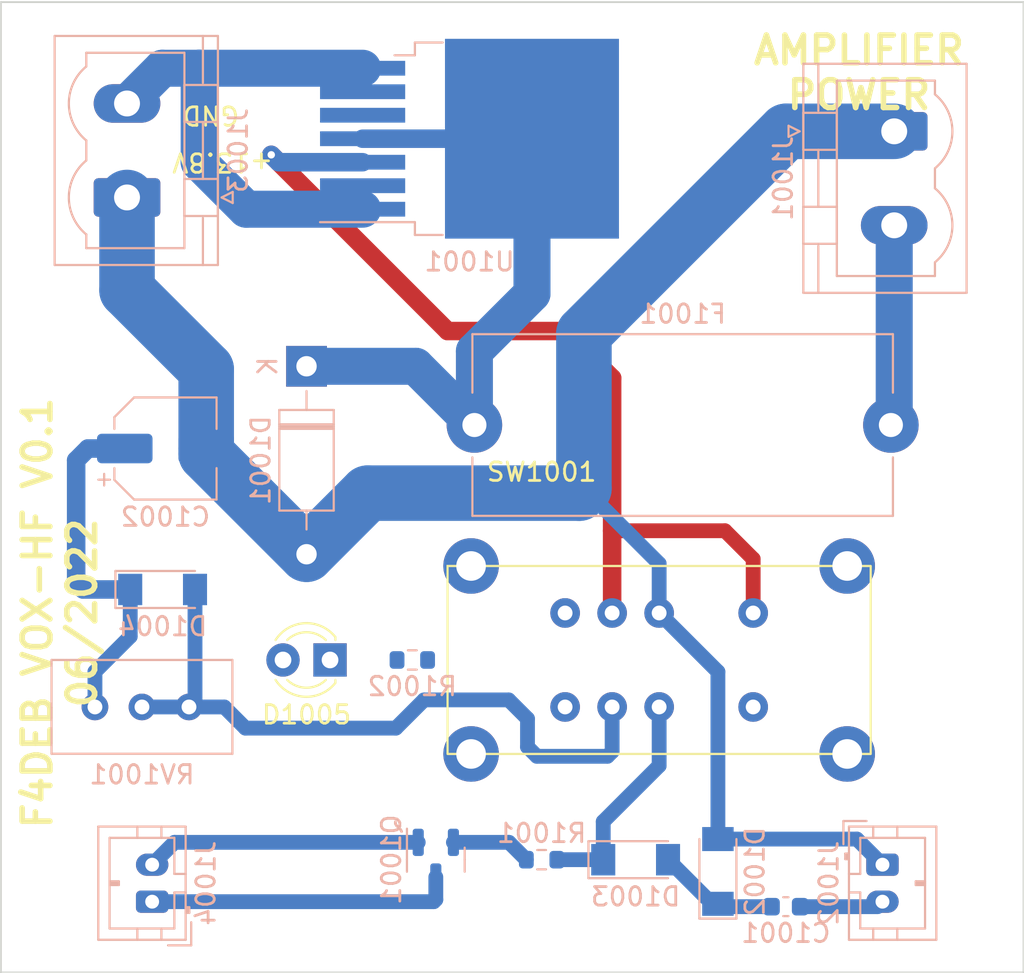
<source format=kicad_pcb>
(kicad_pcb (version 20211014) (generator pcbnew)
  (layers (0 "F.Cu" signal) (31 "B.Cu" signal) (34 "B.Paste" user) (35 "F.Paste" user) (36 "B.SilkS" user "B.Silkscreen") (37 "F.SilkS" user "F.Silkscreen") (38 "B.Mask" user) (39 "F.Mask" user) (44 "Edge.Cuts" user))
  (net 0 "")
  (net 1 "Net-(C1001-Pad1)")
  (net 2 "Net-(C1001-Pad2)")
  (net 3 "Net-(C1002-Pad1)")
  (net 4 "GND")
  (net 5 "+12V")
  (net 6 "Net-(J1003-Pad2)")
  (net 7 "Net-(F1001-Pad1)")
  (net 8 "Net-(Q1001-Pad1)")
  (net 10 "Net-(D1003-Pad1)")
  (net 11 "Net-(D1004-Pad2)")
  (net 12 "Net-(Q1001-Pad2)")
  (net 16 "Net-(D1005-Pad1)")
  (net 17 "Net-(U1001-Pad3)")
  (footprint "f4deb-mod-library:2P3T-ON-ON-ON-8P" (layer "F.Cu") (at 184.15 113.665)
    (fp_text reference "SW1001" (at -1.27 -7.62 unlocked) (layer "F.SilkS"))
    (fp_text value "SW_DP3T")
    (fp_rect (start -6.35 -2.54) (end 16.51 7.62) (layer "F.SilkS") (width 0.12) (fill none))
    (pad "1" thru_hole circle (at 0 0) (size 1.6 1.6) (drill 0.8) (layers *.Cu *.Mask))
    (pad "2" thru_hole circle (at 2.54 0) (size 1.6 1.6) (drill 0.8) (layers *.Cu *.Mask) (net 17 "Net-(U1001-Pad3)"))
    (pad "3" thru_hole circle (at 5.08 0) (size 1.6 1.6) (drill 0.8) (layers *.Cu *.Mask) (net 4 "GND"))
    (pad "4" thru_hole circle (at 10.16 0) (size 1.6 1.6) (drill 0.8) (layers *.Cu *.Mask) (net 17 "Net-(U1001-Pad3)"))
    (pad "5" thru_hole circle (at 0 5.08) (size 1.6 1.6) (drill 0.8) (layers *.Cu *.Mask))
    (pad "6" thru_hole circle (at 2.54 5.08) (size 1.6 1.6) (drill 0.8) (layers *.Cu *.Mask) (net 11 "Net-(D1004-Pad2)"))
    (pad "7" thru_hole circle (at 5.08 5.08) (size 1.6 1.6) (drill 0.8) (layers *.Cu *.Mask) (net 10 "Net-(D1003-Pad1)"))
    (pad "8" thru_hole circle (at 10.16 5.08) (size 1.6 1.6) (drill 0.8) (layers *.Cu *.Mask))
    (pad "9" thru_hole circle (at 15.24 -2.54) (size 3 3) (drill 1.6) (layers *.Cu *.Mask))
    (pad "10" thru_hole circle (at 15.24 7.62) (size 3 3) (drill 1.6) (layers *.Cu *.Mask))
    (pad "11" thru_hole circle (at -5.08 7.62) (size 3 3) (drill 1.6) (layers *.Cu *.Mask))
    (pad "12" thru_hole circle (at -5.08 -2.54) (size 3 3) (drill 1.6) (layers *.Cu *.Mask))
  )
  (footprint "LED_THT:LED_D3.0mm" (layer "F.Cu") (at 171.45 116.205 180)
    (fp_text reference "D1005" (at 1.27 -2.96) (layer "F.SilkS"))
    (fp_text value "LED")
    (fp_line (start -0.29 1.08) (end -0.29 1.236) (layer "F.SilkS") (width 0.12))
    (fp_line (start -0.29 -1.236) (end -0.29 -1.08) (layer "F.SilkS") (width 0.12))
    (fp_arc (start 0.229039 -1.08) (mid 1.270117 -1.5) (end 2.31113 -1.079837) (layer "F.SilkS") (width 0.12))
    (fp_arc (start 2.942335 1.078608) (mid 1.366487 1.987659) (end -0.29 1.235516) (layer "F.SilkS") (width 0.12))
    (fp_arc (start 2.31113 1.079837) (mid 1.270117 1.5) (end 0.229039 1.08) (layer "F.SilkS") (width 0.12))
    (fp_arc (start -0.29 -1.235516) (mid 1.366487 -1.987659) (end 2.942335 -1.078608) (layer "F.SilkS") (width 0.12))
    (pad "1" thru_hole rect (at 0 0 180) (size 1.8 1.8) (drill 0.9) (layers *.Cu *.Mask) (net 16 "Net-(D1005-Pad1)"))
    (pad "2" thru_hole circle (at 2.54 0 180) (size 1.8 1.8) (drill 0.9) (layers *.Cu *.Mask) (net 5 "+12V"))
  )
  (footprint "Diode_THT:D_DO-41_SOD81_P10.16mm_Horizontal" (layer "B.Cu") (at 170.18 100.33 -90)
    (fp_text reference "D1001" (at 5.08 2.47 90) (layer "B.SilkS") (effects (justify mirror)))
    (fp_text value "1N4007")
    (fp_text user "K" (at 0 2.1 90) (layer "B.SilkS") (effects (justify mirror)))
    (fp_line (start 8.82 0) (end 7.8 0) (layer "B.SilkS") (width 0.12))
    (fp_line (start 7.8 1.47) (end 2.36 1.47) (layer "B.SilkS") (width 0.12))
    (fp_line (start 2.36 1.47) (end 2.36 -1.47) (layer "B.SilkS") (width 0.12))
    (fp_line (start 2.36 -1.47) (end 7.8 -1.47) (layer "B.SilkS") (width 0.12))
    (fp_line (start 3.38 1.47) (end 3.38 -1.47) (layer "B.SilkS") (width 0.12))
    (fp_line (start 3.26 1.47) (end 3.26 -1.47) (layer "B.SilkS") (width 0.12))
    (fp_line (start 1.34 0) (end 2.36 0) (layer "B.SilkS") (width 0.12))
    (fp_line (start 3.14 1.47) (end 3.14 -1.47) (layer "B.SilkS") (width 0.12))
    (fp_line (start 7.8 -1.47) (end 7.8 1.47) (layer "B.SilkS") (width 0.12))
    (pad "1" thru_hole rect (at 0 0 270) (size 2.2 2.2) (drill 1.1) (layers *.Cu *.Mask) (net 5 "+12V"))
    (pad "2" thru_hole oval (at 10.16 0 270) (size 2.2 2.2) (drill 1.1) (layers *.Cu *.Mask) (net 4 "GND"))
  )
  (footprint "Potentiometer_THT:Potentiometer_Bourns_3296W_Vertical" (layer "B.Cu") (at 163.83 118.745)
    (fp_text reference "RV1001" (at -2.54 3.66) (layer "B.SilkS") (effects (justify mirror)))
    (fp_text value "10k")
    (fp_line (start -7.425 2.53) (end 2.345 2.53) (layer "B.SilkS") (width 0.12))
    (fp_line (start 2.345 2.53) (end 2.345 -2.54) (layer "B.SilkS") (width 0.12))
    (fp_line (start -7.425 -2.54) (end 2.345 -2.54) (layer "B.SilkS") (width 0.12))
    (fp_line (start -7.425 2.53) (end -7.425 -2.54) (layer "B.SilkS") (width 0.12))
    (pad "1" thru_hole circle (at 0 0) (size 1.44 1.44) (drill 0.8) (layers *.Cu *.Mask) (net 11 "Net-(D1004-Pad2)"))
    (pad "2" thru_hole circle (at -2.54 0) (size 1.44 1.44) (drill 0.8) (layers *.Cu *.Mask) (net 11 "Net-(D1004-Pad2)"))
    (pad "3" thru_hole circle (at -5.08 0) (size 1.44 1.44) (drill 0.8) (layers *.Cu *.Mask) (net 3 "Net-(C1002-Pad1)"))
  )
  (footprint "Resistor_SMD:R_0603_1608Metric" (layer "B.Cu") (at 175.895 116.205)
    (fp_text reference "R1002" (at 0 1.43) (layer "B.SilkS") (effects (justify mirror)))
    (fp_text value "470")
    (fp_line (start -0.237258 -0.5225) (end 0.237258 -0.5225) (layer "B.SilkS") (width 0.12))
    (fp_line (start -0.237258 0.5225) (end 0.237258 0.5225) (layer "B.SilkS") (width 0.12))
    (pad "1" smd roundrect (at -0.825 0) (size 0.8 0.95) (layers "B.Cu" "B.Paste" "B.Mask") (net 16 "Net-(D1005-Pad1)"))
    (pad "2" smd roundrect (at 0.825 0) (size 0.8 0.95) (layers "B.Cu" "B.Paste" "B.Mask") (net 4 "GND"))
  )
  (footprint "Package_TO_SOT_SMD:TO-263-7_TabPin4" (layer "B.Cu") (at 178.985 88.03)
    (fp_text reference "U1001" (at 0 6.65) (layer "B.SilkS") (effects (justify mirror)))
    (fp_text value "BTS50055-1TMA")
    (fp_line (start -2.95 4.51) (end -8.075 4.51) (layer "B.SilkS") (width 0.12))
    (fp_line (start -2.95 -5.2) (end -2.95 -4.51) (layer "B.SilkS") (width 0.12))
    (fp_line (start -2.95 -4.51) (end -4.05 -4.51) (layer "B.SilkS") (width 0.12))
    (fp_line (start -1.45 5.2) (end -2.95 5.2) (layer "B.SilkS") (width 0.12))
    (fp_line (start -2.95 5.2) (end -2.95 4.51) (layer "B.SilkS") (width 0.12))
    (fp_line (start -1.45 -5.2) (end -2.95 -5.2) (layer "B.SilkS") (width 0.12))
    (pad "1" smd rect (at -5.775 3.81) (size 4.6 0.8) (layers "B.Cu" "B.Paste" "B.Mask") (net 6 "Net-(J1003-Pad2)"))
    (pad "2" smd rect (at -5.775 2.54) (size 4.6 0.8) (layers "B.Cu" "B.Paste" "B.Mask") (net 6 "Net-(J1003-Pad2)"))
    (pad "3" smd rect (at -5.775 1.27) (size 4.6 0.8) (layers "B.Cu" "B.Paste" "B.Mask") (net 17 "Net-(U1001-Pad3)"))
    (pad "4" smd rect (at 3.375 0) (size 9.4 10.8) (layers "B.Cu" "B.Mask") (net 5 "+12V"))
    (pad "4" smd rect (at -5.775 0) (size 4.6 0.8) (layers "B.Cu" "B.Paste" "B.Mask") (net 5 "+12V"))
    (pad "5" smd rect (at -5.775 -1.27) (size 4.6 0.8) (layers "B.Cu" "B.Paste" "B.Mask"))
    (pad "6" smd rect (at -5.775 -2.54) (size 4.6 0.8) (layers "B.Cu" "B.Paste" "B.Mask") (net 6 "Net-(J1003-Pad2)"))
    (pad "7" smd rect (at -5.775 -3.81) (size 4.6 0.8) (layers "B.Cu" "B.Paste" "B.Mask") (net 6 "Net-(J1003-Pad2)"))
  )
  (footprint "Package_TO_SOT_SMD:SOT-23" (layer "B.Cu") (at 177.165 127 -90)
    (fp_text reference "Q1001" (at 0 2.4 90) (layer "B.SilkS") (effects (justify mirror)))
    (fp_text value "BC517")
    (fp_line (start 0 1.56) (end -1.675 1.56) (layer "B.SilkS") (width 0.12))
    (fp_line (start 0 -1.56) (end 0.65 -1.56) (layer "B.SilkS") (width 0.12))
    (fp_line (start 0 1.56) (end 0.65 1.56) (layer "B.SilkS") (width 0.12))
    (fp_line (start 0 -1.56) (end -0.65 -1.56) (layer "B.SilkS") (width 0.12))
    (pad "1" smd roundrect (at -0.9375 0.95 270) (size 1.475 0.6) (layers "B.Cu" "B.Paste" "B.Mask") (net 8 "Net-(Q1001-Pad1)"))
    (pad "2" smd roundrect (at -0.9375 -0.95 270) (size 1.475 0.6) (layers "B.Cu" "B.Paste" "B.Mask") (net 12 "Net-(Q1001-Pad2)"))
    (pad "3" smd roundrect (at 0.9375 0 270) (size 1.475 0.6) (layers "B.Cu" "B.Paste" "B.Mask") (net 4 "GND"))
  )
  (footprint "Capacitor_SMD:CP_Elec_5x3" (layer "B.Cu") (at 162.56 104.775)
    (fp_text reference "C1002" (at 0 3.7) (layer "B.SilkS") (effects (justify mirror)))
    (fp_text value "C_Polarized")
    (fp_line (start -2.76 1.695563) (end -1.695563 2.76) (layer "B.SilkS") (width 0.12))
    (fp_line (start -3.625 1.685) (end -3 1.685) (layer "B.SilkS") (width 0.12))
    (fp_line (start -3.3125 1.9975) (end -3.3125 1.3725) (layer "B.SilkS") (width 0.12))
    (fp_line (start 2.76 -2.76) (end 2.76 -1.06) (layer "B.SilkS") (width 0.12))
    (fp_line (start -2.76 1.695563) (end -2.76 1.06) (layer "B.SilkS") (width 0.12))
    (fp_line (start -1.695563 2.76) (end 2.76 2.76) (layer "B.SilkS") (width 0.12))
    (fp_line (start -2.76 -1.695563) (end -2.76 -1.06) (layer "B.SilkS") (width 0.12))
    (fp_line (start -2.76 -1.695563) (end -1.695563 -2.76) (layer "B.SilkS") (width 0.12))
    (fp_line (start 2.76 2.76) (end 2.76 1.06) (layer "B.SilkS") (width 0.12))
    (fp_line (start -1.695563 -2.76) (end 2.76 -2.76) (layer "B.SilkS") (width 0.12))
    (pad "1" smd roundrect (at -2.2 0) (size 3 1.6) (layers "B.Cu" "B.Paste" "B.Mask") (roundrect_rratio 0.15625) (net 3 "Net-(C1002-Pad1)"))
    (pad "2" smd roundrect (at 2.2 0) (size 3 1.6) (layers "B.Cu" "B.Paste" "B.Mask") (roundrect_rratio 0.15625) (net 4 "GND"))
  )
  (footprint "Diode_SMD:D_MiniMELF" (layer "B.Cu") (at 162.405 112.395)
    (fp_text reference "D1004" (at 0 2) (layer "B.SilkS") (effects (justify mirror)))
    (fp_text value "D_Schottky")
    (fp_line (start 1.75 1) (end -2.55 1) (layer "B.SilkS") (width 0.12))
    (fp_line (start -2.55 -1) (end 1.75 -1) (layer "B.SilkS") (width 0.12))
    (fp_line (start -2.55 1) (end -2.55 -1) (layer "B.SilkS") (width 0.12))
    (pad "1" smd rect (at -1.75 0) (size 1.3 1.7) (layers "B.Cu" "B.Paste" "B.Mask") (net 3 "Net-(C1002-Pad1)"))
    (pad "2" smd rect (at 1.75 0) (size 1.3 1.7) (layers "B.Cu" "B.Paste" "B.Mask") (net 11 "Net-(D1004-Pad2)"))
  )
  (footprint "Diode_SMD:D_MiniMELF" (layer "B.Cu") (at 187.96 127)
    (fp_text reference "D1003" (at 0 2) (layer "B.SilkS") (effects (justify mirror)))
    (fp_text value "1N4148W")
    (fp_line (start -2.55 -1) (end 1.75 -1) (layer "B.SilkS") (width 0.12))
    (fp_line (start -2.55 1) (end -2.55 -1) (layer "B.SilkS") (width 0.12))
    (fp_line (start 1.75 1) (end -2.55 1) (layer "B.SilkS") (width 0.12))
    (pad "1" smd rect (at -1.75 0) (size 1.3 1.7) (layers "B.Cu" "B.Paste" "B.Mask") (net 10 "Net-(D1003-Pad1)"))
    (pad "2" smd rect (at 1.75 0) (size 1.3 1.7) (layers "B.Cu" "B.Paste" "B.Mask") (net 1 "Net-(C1001-Pad1)"))
  )
  (footprint "Connector_JST:JST_PH_B2B-PH-K_1x02_P2.00mm_Vertical" (layer "B.Cu") (at 161.84 129.27 90)
    (fp_text reference "J1004" (at 1 2.9 90) (layer "B.SilkS") (effects (justify mirror)))
    (fp_text value "Conn_01x02")
    (fp_line (start -0.3 1.91) (end -0.6 1.91) (layer "B.SilkS") (width 0.12))
    (fp_line (start 0.9 -1.8) (end 1.1 -1.8) (layer "B.SilkS") (width 0.12))
    (fp_line (start 4.06 0.5) (end 3.45 0.5) (layer "B.SilkS") (width 0.12))
    (fp_line (start -0.6 2.01) (end -0.6 1.81) (layer "B.SilkS") (width 0.12))
    (fp_line (start -2.06 -2.91) (end 4.06 -2.91) (layer "B.SilkS") (width 0.12))
    (fp_line (start -1.11 2.11) (end -2.36 2.11) (layer "B.SilkS") (width 0.12))
    (fp_line (start 1.1 -1.8) (end 1.1 -2.3) (layer "B.SilkS") (width 0.12))
    (fp_line (start 1.5 1.2) (end 1.5 1.81) (layer "B.SilkS") (width 0.12))
    (fp_line (start -2.06 1.81) (end -2.06 -2.91) (layer "B.SilkS") (width 0.12))
    (fp_line (start 4.06 -2.91) (end 4.06 1.81) (layer "B.SilkS") (width 0.12))
    (fp_line (start -2.06 -0.8) (end -1.45 -0.8) (layer "B.SilkS") (width 0.12))
    (fp_line (start 3.45 -2.3) (end 3.45 1.2) (layer "B.SilkS") (width 0.12))
    (fp_line (start -1.45 -2.3) (end 3.45 -2.3) (layer "B.SilkS") (width 0.12))
    (fp_line (start 4.06 1.81) (end -2.06 1.81) (layer "B.SilkS") (width 0.12))
    (fp_line (start -2.36 2.11) (end -2.36 0.86) (layer "B.SilkS") (width 0.12))
    (fp_line (start 3.45 1.2) (end 1.5 1.2) (layer "B.SilkS") (width 0.12))
    (fp_line (start 0.5 1.2) (end -1.45 1.2) (layer "B.SilkS") (width 0.12))
    (fp_line (start -2.06 0.5) (end -1.45 0.5) (layer "B.SilkS") (width 0.12))
    (fp_line (start -0.3 1.81) (end -0.3 2.01) (layer "B.SilkS") (width 0.12))
    (fp_line (start 0.9 -2.3) (end 0.9 -1.8) (layer "B.SilkS") (width 0.12))
    (fp_line (start 4.06 -0.8) (end 3.45 -0.8) (layer "B.SilkS") (width 0.12))
    (fp_line (start -0.3 2.01) (end -0.6 2.01) (layer "B.SilkS") (width 0.12))
    (fp_line (start -1.45 1.2) (end -1.45 -2.3) (layer "B.SilkS") (width 0.12))
    (fp_line (start 0.5 1.81) (end 0.5 1.2) (layer "B.SilkS") (width 0.12))
    (fp_line (start 1 -2.3) (end 1 -1.8) (layer "B.SilkS") (width 0.12))
    (pad "1" thru_hole roundrect (at 0 0 90) (size 1.2 1.75) (drill 0.75) (layers *.Cu *.Mask) (roundrect_rratio 0.208333) (net 4 "GND"))
    (pad "2" thru_hole oval (at 2 0 90) (size 1.2 1.75) (drill 0.75) (layers *.Cu *.Mask) (net 8 "Net-(Q1001-Pad1)"))
  )
  (footprint "Capacitor_SMD:C_0603_1608Metric" (layer "B.Cu") (at 196.075 129.54)
    (fp_text reference "C1001" (at 0 1.43) (layer "B.SilkS") (effects (justify mirror)))
    (fp_text value "18p")
    (fp_line (start -0.14058 0.51) (end 0.14058 0.51) (layer "B.SilkS") (width 0.12))
    (fp_line (start -0.14058 -0.51) (end 0.14058 -0.51) (layer "B.SilkS") (width 0.12))
    (pad "1" smd roundrect (at -0.775 0) (size 0.9 0.95) (layers "B.Cu" "B.Paste" "B.Mask") (net 1 "Net-(C1001-Pad1)"))
    (pad "2" smd roundrect (at 0.775 0) (size 0.9 0.95) (layers "B.Cu" "B.Paste" "B.Mask") (net 2 "Net-(C1001-Pad2)"))
  )
  (footprint "Fuse:Fuseholder_Cylinder-5x20mm_Schurter_0031_8201_Horizontal_Open" (layer "B.Cu") (at 201.75 103.505 180)
    (fp_text reference "F1001" (at 11.25 6) (layer "B.SilkS") (effects (justify mirror)))
    (fp_text value "Fuse")
    (fp_line (start -0.11 4.91) (end 22.61 4.91) (layer "B.SilkS") (width 0.12))
    (fp_line (start -0.11 -4.91) (end 22.61 -4.91) (layer "B.SilkS") (width 0.12))
    (fp_line (start -0.11 -4.91) (end -0.11 -1.75) (layer "B.SilkS") (width 0.12))
    (fp_line (start -0.11 1.75) (end -0.11 4.91) (layer "B.SilkS") (width 0.12))
    (fp_line (start 22.61 1.75) (end 22.61 4.91) (layer "B.SilkS") (width 0.12))
    (fp_line (start 22.61 -4.91) (end 22.61 -1.75) (layer "B.SilkS") (width 0.12))
    (pad "" np_thru_hole circle (at 11.25 0 180) (size 2.7 2.7) (drill 2.7) (layers *.Cu *.Mask))
    (pad "1" thru_hole circle (at 0 0 180) (size 3 3) (drill 1.3) (layers *.Cu *.Mask) (net 7 "Net-(F1001-Pad1)"))
    (pad "2" thru_hole circle (at 22.5 0 180) (size 3 3) (drill 1.3) (layers *.Cu *.Mask) (net 5 "+12V"))
  )
  (footprint "Diode_SMD:D_MiniMELF" (layer "B.Cu") (at 192.405 127.635 90)
    (fp_text reference "D1002" (at 0 2 90) (layer "B.SilkS") (effects (justify mirror)))
    (fp_text value "1N4148W")
    (fp_line (start 1.75 1) (end -2.55 1) (layer "B.SilkS") (width 0.12))
    (fp_line (start -2.55 1) (end -2.55 -1) (layer "B.SilkS") (width 0.12))
    (fp_line (start -2.55 -1) (end 1.75 -1) (layer "B.SilkS") (width 0.12))
    (pad "1" smd rect (at -1.75 0 90) (size 1.3 1.7) (layers "B.Cu" "B.Paste" "B.Mask") (net 1 "Net-(C1001-Pad1)"))
    (pad "2" smd rect (at 1.75 0 90) (size 1.3 1.7) (layers "B.Cu" "B.Paste" "B.Mask") (net 4 "GND"))
  )
  (footprint "Connector_Phoenix_MSTB:PhoenixContact_MSTBVA_2,5_2-G-5,08_1x02_P5.08mm_Vertical" (layer "B.Cu") (at 160.4825 91.205 90)
    (fp_text reference "J1003" (at 2.54 6 90) (layer "B.SilkS") (effects (justify mirror)))
    (fp_text value "Conn_01x02")
    (fp_line (start 6.08 3.1) (end 4.08 3.1) (layer "B.SilkS") (width 0.12))
    (fp_line (start -3.65 -3.91) (end 8.73 -3.91) (layer "B.SilkS") (width 0.12))
    (fp_line (start 0 5.11) (end -0.3 5.71) (layer "B.SilkS") (width 0.12))
    (fp_line (start 2 -2.2) (end 3.08 -2.2) (layer "B.SilkS") (width 0.12))
    (fp_line (start 4.08 4.91) (end 6.08 4.91) (layer "B.SilkS") (width 0.12))
    (fp_line (start 8.73 -3.91) (end 8.73 4.91) (layer "B.SilkS") (width 0.12))
    (fp_line (start 7.82 3.1) (end 7.82 -2.2) (layer "B.SilkS") (width 0.12))
    (fp_line (start 1 4.91) (end 1 3.1) (layer "B.SilkS") (width 0.12))
    (fp_line (start -3.65 4.91) (end -3.65 -3.91) (layer "B.SilkS") (width 0.12))
    (fp_line (start -2 -2.2) (end -2.74 -2.2) (layer "B.SilkS") (width 0.12))
    (fp_line (start 1 4.1) (end 4.08 4.1) (layer "B.SilkS") (width 0.12))
    (fp_line (start -1 3.1) (end -1 4.91) (layer "B.SilkS") (width 0.12))
    (fp_line (start -0.3 5.71) (end 0.3 5.71) (layer "B.SilkS") (width 0.12))
    (fp_line (start 1 3.1) (end -1 3.1) (layer "B.SilkS") (width 0.12))
    (fp_line (start -3.65 4.1) (end -1.11 4.1) (layer "B.SilkS") (width 0.12))
    (fp_line (start 4.08 3.1) (end 4.08 4.91) (layer "B.SilkS") (width 0.12))
    (fp_line (start 0.3 5.71) (end 0 5.11) (layer "B.SilkS") (width 0.12))
    (fp_line (start 8.73 4.1) (end 6.19 4.1) (layer "B.SilkS") (width 0.12))
    (fp_line (start -2.74 -2.2) (end -2.74 3.1) (layer "B.SilkS") (width 0.12))
    (fp_line (start -1 4.91) (end 1 4.91) (layer "B.SilkS") (width 0.12))
    (fp_line (start 6.08 4.91) (end 6.08 3.1) (layer "B.SilkS") (width 0.12))
    (fp_line (start 7.82 -2.2) (end 7.08 -2.2) (layer "B.SilkS") (width 0.12))
    (fp_line (start -2.74 3.1) (end 7.82 3.1) (layer "B.SilkS") (width 0.12))
    (fp_line (start 8.73 4.91) (end -3.65 4.91) (layer "B.SilkS") (width 0.12))
    (fp_arc (start -2 -2.2) (mid -0.010289 -3.142758) (end 1.986842 -2.215821) (layer "B.SilkS") (width 0.12))
    (fp_arc (start 3.08 -2.2) (mid 5.069711 -3.142758) (end 7.066842 -2.215821) (layer "B.SilkS") (width 0.12))
    (pad "1" thru_hole roundrect (at 0 0 90) (size 2.08 3.6) (drill 1.4) (layers *.Cu *.Mask) (roundrect_rratio 0.120192) (net 4 "GND"))
    (pad "2" thru_hole oval (at 5.08 0 90) (size 2.08 3.6) (drill 1.4) (layers *.Cu *.Mask) (net 6 "Net-(J1003-Pad2)"))
  )
  (footprint "Resistor_SMD:R_0603_1608Metric" (layer "B.Cu") (at 182.88 127 180)
    (fp_text reference "R1001" (at 0 1.43) (layer "B.SilkS") (effects (justify mirror)))
    (fp_text value "2k2")
    (fp_line (start -0.237258 0.5225) (end 0.237258 0.5225) (layer "B.SilkS") (width 0.12))
    (fp_line (start -0.237258 -0.5225) (end 0.237258 -0.5225) (layer "B.SilkS") (width 0.12))
    (pad "1" smd roundrect (at -0.825 0 180) (size 0.8 0.95) (layers "B.Cu" "B.Paste" "B.Mask") (net 10 "Net-(D1003-Pad1)"))
    (pad "2" smd roundrect (at 0.825 0 180) (size 0.8 0.95) (layers "B.Cu" "B.Paste" "B.Mask") (net 12 "Net-(Q1001-Pad2)"))
  )
  (footprint "Connector_JST:JST_PH_B2B-PH-K_1x02_P2.00mm_Vertical" (layer "B.Cu") (at 201.295 127.27 -90)
    (fp_text reference "J1002" (at 1 2.9 90) (layer "B.SilkS") (effects (justify mirror)))
    (fp_text value "Conn_01x02")
    (fp_line (start 3.45 1.2) (end 1.5 1.2) (layer "B.SilkS") (width 0.12))
    (fp_line (start 4.06 0.5) (end 3.45 0.5) (layer "B.SilkS") (width 0.12))
    (fp_line (start -2.06 0.5) (end -1.45 0.5) (layer "B.SilkS") (width 0.12))
    (fp_line (start -1.45 1.2) (end -1.45 -2.3) (layer "B.SilkS") (width 0.12))
    (fp_line (start -2.36 2.11) (end -2.36 0.86) (layer "B.SilkS") (width 0.12))
    (fp_line (start 1.1 -1.8) (end 1.1 -2.3) (layer "B.SilkS") (width 0.12))
    (fp_line (start 0.9 -1.8) (end 1.1 -1.8) (layer "B.SilkS") (width 0.12))
    (fp_line (start -0.6 2.01) (end -0.6 1.81) (layer "B.SilkS") (width 0.12))
    (fp_line (start 4.06 1.81) (end -2.06 1.81) (layer "B.SilkS") (width 0.12))
    (fp_line (start -0.3 1.81) (end -0.3 2.01) (layer "B.SilkS") (width 0.12))
    (fp_line (start -1.11 2.11) (end -2.36 2.11) (layer "B.SilkS") (width 0.12))
    (fp_line (start -2.06 1.81) (end -2.06 -2.91) (layer "B.SilkS") (width 0.12))
    (fp_line (start 4.06 -2.91) (end 4.06 1.81) (layer "B.SilkS") (width 0.12))
    (fp_line (start -2.06 -0.8) (end -1.45 -0.8) (layer "B.SilkS") (width 0.12))
    (fp_line (start -0.3 1.91) (end -0.6 1.91) (layer "B.SilkS") (width 0.12))
    (fp_line (start 0.5 1.81) (end 0.5 1.2) (layer "B.SilkS") (width 0.12))
    (fp_line (start 0.9 -2.3) (end 0.9 -1.8) (layer "B.SilkS") (width 0.12))
    (fp_line (start 3.45 -2.3) (end 3.45 1.2) (layer "B.SilkS") (width 0.12))
    (fp_line (start -0.3 2.01) (end -0.6 2.01) (layer "B.SilkS") (width 0.12))
    (fp_line (start -1.45 -2.3) (end 3.45 -2.3) (layer "B.SilkS") (width 0.12))
    (fp_line (start 1.5 1.2) (end 1.5 1.81) (layer "B.SilkS") (width 0.12))
    (fp_line (start 1 -2.3) (end 1 -1.8) (layer "B.SilkS") (width 0.12))
    (fp_line (start 0.5 1.2) (end -1.45 1.2) (layer "B.SilkS") (width 0.12))
    (fp_line (start -2.06 -2.91) (end 4.06 -2.91) (layer "B.SilkS") (width 0.12))
    (fp_line (start 4.06 -0.8) (end 3.45 -0.8) (layer "B.SilkS") (width 0.12))
    (pad "1" thru_hole roundrect (at 0 0 270) (size 1.2 1.75) (drill 0.75) (layers *.Cu *.Mask) (roundrect_rratio 0.208333) (net 4 "GND"))
    (pad "2" thru_hole oval (at 2 0 270) (size 1.2 1.75) (drill 0.75) (layers *.Cu *.Mask) (net 2 "Net-(C1001-Pad2)"))
  )
  (footprint "Connector_Phoenix_MSTB:PhoenixContact_MSTBVA_2,5_2-G-5,08_1x02_P5.08mm_Vertical" (layer "B.Cu") (at 201.93 87.63 -90)
    (fp_text reference "J1001" (at 2.54 6 90) (layer "B.SilkS") (effects (justify mirror)))
    (fp_text value "Conn_01x02")
    (fp_line (start 6.08 4.91) (end 6.08 3.1) (layer "B.SilkS") (width 0.12))
    (fp_line (start 1 3.1) (end -1 3.1) (layer "B.SilkS") (width 0.12))
    (fp_line (start -2.74 3.1) (end 7.82 3.1) (layer "B.SilkS") (width 0.12))
    (fp_line (start -2 -2.2) (end -2.74 -2.2) (layer "B.SilkS") (width 0.12))
    (fp_line (start 7.82 -2.2) (end 7.08 -2.2) (layer "B.SilkS") (width 0.12))
    (fp_line (start 0 5.11) (end -0.3 5.71) (layer "B.SilkS") (width 0.12))
    (fp_line (start -3.65 4.91) (end -3.65 -3.91) (layer "B.SilkS") (width 0.12))
    (fp_line (start -0.3 5.71) (end 0.3 5.71) (layer "B.SilkS") (width 0.12))
    (fp_line (start 2 -2.2) (end 3.08 -2.2) (layer "B.SilkS") (width 0.12))
    (fp_line (start 8.73 4.91) (end -3.65 4.91) (layer "B.SilkS") (width 0.12))
    (fp_line (start 7.82 3.1) (end 7.82 -2.2) (layer "B.SilkS") (width 0.12))
    (fp_line (start -3.65 -3.91) (end 8.73 -3.91) (layer "B.SilkS") (width 0.12))
    (fp_line (start 1 4.1) (end 4.08 4.1) (layer "B.SilkS") (width 0.12))
    (fp_line (start 1 4.91) (end 1 3.1) (layer "B.SilkS") (width 0.12))
    (fp_line (start 4.08 3.1) (end 4.08 4.91) (layer "B.SilkS") (width 0.12))
    (fp_line (start 8.73 4.1) (end 6.19 4.1) (layer "B.SilkS") (width 0.12))
    (fp_line (start 0.3 5.71) (end 0 5.11) (layer "B.SilkS") (width 0.12))
    (fp_line (start -2.74 -2.2) (end -2.74 3.1) (layer "B.SilkS") (width 0.12))
    (fp_line (start 8.73 -3.91) (end 8.73 4.91) (layer "B.SilkS") (width 0.12))
    (fp_line (start 6.08 3.1) (end 4.08 3.1) (layer "B.SilkS") (width 0.12))
    (fp_line (start -1 4.91) (end 1 4.91) (layer "B.SilkS") (width 0.12))
    (fp_line (start -3.65 4.1) (end -1.11 4.1) (layer "B.SilkS") (width 0.12))
    (fp_line (start 4.08 4.91) (end 6.08 4.91) (layer "B.SilkS") (width 0.12))
    (fp_line (start -1 3.1) (end -1 4.91) (layer "B.SilkS") (width 0.12))
    (fp_arc (start 3.08 -2.2) (mid 5.069711 -3.142758) (end 7.066842 -2.215821) (layer "B.SilkS") (width 0.12))
    (fp_arc (start -2 -2.2) (mid -0.010289 -3.142758) (end 1.986842 -2.215821) (layer "B.SilkS") (width 0.12))
    (pad "1" thru_hole roundrect (at 0 0 270) (size 2.08 3.6) (drill 1.4) (layers *.Cu *.Mask) (roundrect_rratio 0.120192) (net 4 "GND"))
    (pad "2" thru_hole oval (at 5.08 0 270) (size 2.08 3.6) (drill 1.4) (layers *.Cu *.Mask) (net 7 "Net-(F1001-Pad1)"))
  )
  (gr_line (start 208.915 133.096) (end 153.67 133.096) (layer "Edge.Cuts") (width 0.1))
  (gr_line (start 153.67 80.645) (end 208.915 80.645) (layer "Edge.Cuts") (width 0.1))
  (gr_line (start 153.67 80.645) (end 153.67 133.096) (layer "Edge.Cuts") (width 0.1))
  (gr_line (start 208.915 133.096) (end 208.915 80.645) (layer "Edge.Cuts") (width 0.1))
  (gr_text "+13.8V" (at 165.65 89.3 180) (layer "F.SilkS") (effects (font (size 1 1))))
  (gr_text "GND" (at 165.015 86.76 180) (layer "F.SilkS") (effects (font (size 1 1))))
  (gr_text "F4DEB VOX-HF V0.1\n06/2022" (at 156.845 113.665 90) (layer "F.SilkS") (effects (font (size 1.5 1.5) (thickness 0.3))))
  (gr_text "AMPLIFIER\nPOWER" (at 200.025 84.455) (layer "F.SilkS") (effects (font (size 1.5 1.5) (thickness 0.3))))
  (segment (start 192.095 129.385) (end 189.71 127) (width 0.8) (layer "B.Cu") (net 1))
  (segment (start 192.56 129.54) (end 192.405 129.385) (width 0.8) (layer "B.Cu") (net 1))
  (segment (start 195.3 129.54) (end 192.56 129.54) (width 0.8) (layer "B.Cu") (net 1))
  (segment (start 192.405 129.385) (end 192.095 129.385) (width 0.8) (layer "B.Cu") (net 1))
  (segment (start 201.025 129.54) (end 201.295 129.27) (width 0.8) (layer "B.Cu") (net 2))
  (segment (start 196.85 129.54) (end 201.025 129.54) (width 0.8) (layer "B.Cu") (net 2))
  (segment (start 157.734 112.014) (end 158.115 112.395) (width 1) (layer "B.Cu") (net 3))
  (segment (start 160.655 114.935) (end 160.655 112.395) (width 0.8) (layer "B.Cu") (net 3))
  (segment (start 158.75 118.745) (end 158.75 116.84) (width 0.8) (layer "B.Cu") (net 3))
  (segment (start 158.369 104.775) (end 157.734 105.41) (width 1) (layer "B.Cu") (net 3))
  (segment (start 158.75 116.84) (end 160.655 114.935) (width 0.8) (layer "B.Cu") (net 3))
  (segment (start 157.734 105.41) (end 157.734 112.014) (width 1) (layer "B.Cu") (net 3))
  (segment (start 158.115 112.395) (end 160.655 112.395) (width 1) (layer "B.Cu") (net 3))
  (segment (start 160.36 104.775) (end 158.369 104.775) (width 1) (layer "B.Cu") (net 3))
  (segment (start 189.23 113.665) (end 189.23 110.998) (width 0.8) (layer "B.Cu") (net 4))
  (segment (start 192.405 116.84) (end 192.405 125.885) (width 0.8) (layer "B.Cu") (net 4))
  (segment (start 164.76 100.498) (end 164.76 104.775) (width 3) (layer "B.Cu") (net 4))
  (segment (start 185.166 106.934) (end 184.912 107.188) (width 3) (layer "B.Cu") (net 4))
  (segment (start 177.165 127.9375) (end 177.165 129.159) (width 0.8) (layer "B.Cu") (net 4))
  (segment (start 184.912 107.188) (end 173.482 107.188) (width 3) (layer "B.Cu") (net 4))
  (segment (start 192.405 125.885) (end 199.91 125.885) (width 0.8) (layer "B.Cu") (net 4))
  (segment (start 160.4825 91.205) (end 160.4825 96.2205) (width 3) (layer "B.Cu") (net 4))
  (segment (start 201.93 87.63) (end 196.088 87.63) (width 3) (layer "B.Cu") (net 4))
  (segment (start 185.166 98.552) (end 185.166 106.934) (width 3) (layer "B.Cu") (net 4))
  (segment (start 177.165 129.159) (end 177.054 129.27) (width 0.8) (layer "B.Cu") (net 4))
  (segment (start 164.76 104.775) (end 164.76 105.07) (width 3) (layer "B.Cu") (net 4))
  (segment (start 189.23 110.998) (end 185.166 106.934) (width 0.8) (layer "B.Cu") (net 4))
  (segment (start 189.23 113.665) (end 192.405 116.84) (width 0.8) (layer "B.Cu") (net 4))
  (segment (start 160.4825 96.2205) (end 164.76 100.498) (width 3) (layer "B.Cu") (net 4))
  (segment (start 173.482 107.188) (end 170.18 110.49) (width 3) (layer "B.Cu") (net 4))
  (segment (start 177.054 129.27) (end 161.84 129.27) (width 0.8) (layer "B.Cu") (net 4))
  (segment (start 196.088 87.63) (end 185.166 98.552) (width 3) (layer "B.Cu") (net 4))
  (segment (start 199.91 125.885) (end 201.295 127.27) (width 0.8) (layer "B.Cu") (net 4))
  (segment (start 164.76 105.07) (end 170.18 110.49) (width 3) (layer "B.Cu") (net 4))
  (segment (start 182.36 88.03) (end 185.335 88.03) (width 2) (layer "B.Cu") (net 5))
  (segment (start 170.18 100.33) (end 176.075 100.33) (width 2) (layer "B.Cu") (net 5))
  (segment (start 179.25 103.505) (end 179.25 99.515) (width 2) (layer "B.Cu") (net 5))
  (segment (start 179.25 99.515) (end 182.36 96.405) (width 2) (layer "B.Cu") (net 5))
  (segment (start 182.36 96.405) (end 182.36 88.03) (width 2) (layer "B.Cu") (net 5))
  (segment (start 173.21 88.03) (end 182.36 88.03) (width 1) (layer "B.Cu") (net 5))
  (segment (start 176.075 100.33) (end 179.25 103.505) (width 2) (layer "B.Cu") (net 5))
  (segment (start 173.21 84.22) (end 164.38 84.22) (width 2) (layer "B.Cu") (net 6))
  (segment (start 164.38 84.22) (end 162.3875 84.22) (width 2) (layer "B.Cu") (net 6))
  (segment (start 173.21 91.84) (end 166.92 91.84) (width 2) (layer "B.Cu") (net 6))
  (segment (start 166.92 91.84) (end 164.38 89.3) (width 2) (layer "B.Cu") (net 6))
  (segment (start 164.38 89.3) (end 164.38 84.22) (width 2) (layer "B.Cu") (net 6))
  (segment (start 162.3875 84.22) (end 160.4825 86.125) (width 2) (layer "B.Cu") (net 6))
  (segment (start 201.93 103.325) (end 201.75 103.505) (width 2) (layer "B.Cu") (net 7))
  (segment (start 201.93 92.71) (end 201.93 103.325) (width 2) (layer "B.Cu") (net 7))
  (segment (start 163.0475 126.0625) (end 161.84 127.27) (width 0.8) (layer "B.Cu") (net 8))
  (segment (start 176.215 126.0625) (end 163.0475 126.0625) (width 0.8) (layer "B.Cu") (net 8))
  (segment (start 186.21 127) (end 183.705 127) (width 0.8) (layer "B.Cu") (net 10))
  (segment (start 186.21 124.94) (end 186.21 127) (width 0.8) (layer "B.Cu") (net 10))
  (segment (start 189.23 121.92) (end 186.21 124.94) (width 0.8) (layer "B.Cu") (net 10))
  (segment (start 189.23 118.745) (end 189.23 121.92) (width 0.8) (layer "B.Cu") (net 10))
  (segment (start 163.83 118.745) (end 165.735 118.745) (width 0.8) (layer "B.Cu") (net 11))
  (segment (start 165.735 118.745) (end 166.878 119.888) (width 0.8) (layer "B.Cu") (net 11))
  (segment (start 182.118 120.904) (end 182.626 121.412) (width 0.8) (layer "B.Cu") (net 11))
  (segment (start 175.006 119.888) (end 176.53 118.364) (width 0.8) (layer "B.Cu") (net 11))
  (segment (start 186.436 121.412) (end 186.69 121.158) (width 0.8) (layer "B.Cu") (net 11))
  (segment (start 182.118 119.38) (end 182.118 120.904) (width 0.8) (layer "B.Cu") (net 11))
  (segment (start 164.155 112.395) (end 164.155 118.42) (width 0.8) (layer "B.Cu") (net 11))
  (segment (start 176.53 118.364) (end 181.102 118.364) (width 0.8) (layer "B.Cu") (net 11))
  (segment (start 186.69 121.158) (end 186.69 118.745) (width 0.8) (layer "B.Cu") (net 11))
  (segment (start 161.29 118.745) (end 163.83 118.745) (width 0.8) (layer "B.Cu") (net 11))
  (segment (start 164.155 118.42) (end 163.83 118.745) (width 0.8) (layer "B.Cu") (net 11))
  (segment (start 182.626 121.412) (end 186.436 121.412) (width 0.8) (layer "B.Cu") (net 11))
  (segment (start 166.878 119.888) (end 175.006 119.888) (width 0.8) (layer "B.Cu") (net 11))
  (segment (start 181.102 118.364) (end 182.118 119.38) (width 0.8) (layer "B.Cu") (net 11))
  (segment (start 178.115 126.0625) (end 181.1175 126.0625) (width 0.8) (layer "B.Cu") (net 12))
  (segment (start 181.1175 126.0625) (end 182.055 127) (width 0.8) (layer "B.Cu") (net 12))
  (segment (start 194.31 113.665) (end 194.31 110.744) (width 0.8) (layer "F.Cu") (net 17))
  (segment (start 184.15 98.425) (end 186.69 100.965) (width 1) (layer "F.Cu") (net 17))
  (segment (start 177.8 98.425) (end 184.15 98.425) (width 1) (layer "F.Cu") (net 17))
  (segment (start 168.275 88.9) (end 177.8 98.425) (width 1) (layer "F.Cu") (net 17))
  (segment (start 186.69 100.965) (end 186.69 109.22) (width 1) (layer "F.Cu") (net 17))
  (segment (start 194.31 110.744) (end 192.786 109.22) (width 0.8) (layer "F.Cu") (net 17))
  (segment (start 186.69 109.22) (end 186.69 113.665) (width 1) (layer "F.Cu") (net 17))
  (segment (start 192.786 109.22) (end 186.69 109.22) (width 0.8) (layer "F.Cu") (net 17))
  (via (at 168.275 88.9) (size 0.8) (drill 0.4) (layers "F.Cu" "B.Cu") (net 17))
  (segment (start 168.675 89.3) (end 168.275 88.9) (width 1) (layer "B.Cu") (net 17))
  (segment (start 173.21 89.3) (end 168.675 89.3) (width 1) (layer "B.Cu") (net 17))
)
</source>
